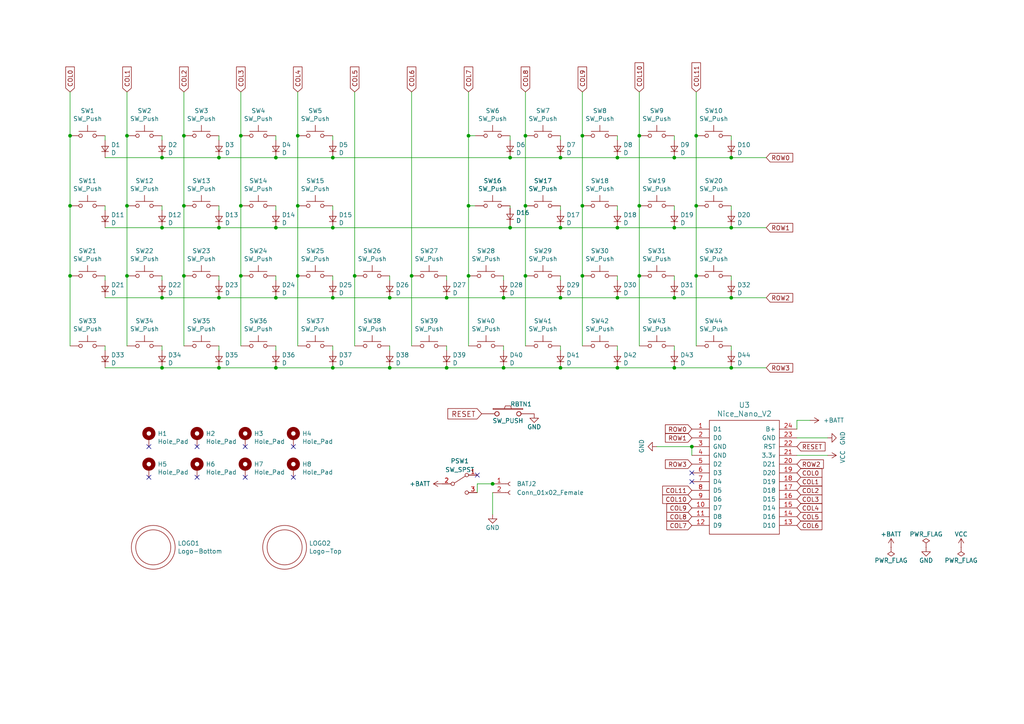
<source format=kicad_sch>
(kicad_sch (version 20230121) (generator eeschema)
  (paper "A4")
  (title_block (title "Horizon Choc") (date "2022-03-21") (rev "2.3") (company "skarrmann"))
  (lib_symbols
    (symbol "Connector:Conn_01x02_Socket" (pin_names (offset 1.016) hide)
      (property "Reference" "J" (at 0 2.54 0))
      (property "Value" "Conn_01x02_Socket" (at 0 -5.08 0))
      (symbol "Conn_01x02_Socket_1_1"
        (arc (start 0 -2.032) (mid -0.5058 -2.54) (end 0 -3.048) (stroke (width 0.1524)))
        (polyline (pts (xy -1.27 -2.54) (xy -0.508 -2.54)) (stroke (width 0.1524)))
        (polyline (pts (xy -1.27 0) (xy -0.508 0)) (stroke (width 0.1524)))
        (arc (start 0 0.508) (mid -0.5058 0) (end 0 -0.508) (stroke (width 0.1524)))
        (pin passive line (at -5.08 0 0) (length 3.81) (name "Pin_1") (number "1"))
        (pin passive line (at -5.08 -2.54 0) (length 3.81) (name "Pin_2") (number "2"))
      )
    )
    (symbol "ScottoKeebs:MCU_Nice_Nano_V2" (pin_names (offset 1.016))
      (property "Reference" "U" (at 0 0 0))
      (property "Value" "Nice_Nano_V2" (at 0 -19.05 0))
      (symbol "MCU_Nice_Nano_V2_0_1"
        (rectangle (start -10.16 16.51) (end 10.16 -16.51))
      )
      (symbol "MCU_Nice_Nano_V2_1_1"
        (pin input line (at -15.24 13.97 0) (length 5.08) (name "D1") (number "1"))
        (pin input line (at -15.24 -8.89 0) (length 5.08) (name "D7") (number "10"))
        (pin input line (at -15.24 -11.43 0) (length 5.08) (name "D8") (number "11"))
        (pin input line (at -15.24 -13.97 0) (length 5.08) (name "D9") (number "12"))
        (pin input line (at 15.24 -13.97 180) (length 5.08) (name "D10") (number "13"))
        (pin input line (at 15.24 -11.43 180) (length 5.08) (name "D16") (number "14"))
        (pin input line (at 15.24 -8.89 180) (length 5.08) (name "D14") (number "15"))
        (pin input line (at 15.24 -6.35 180) (length 5.08) (name "D15") (number "16"))
        (pin input line (at 15.24 -3.81 180) (length 5.08) (name "D18") (number "17"))
        (pin input line (at 15.24 -1.27 180) (length 5.08) (name "D19") (number "18"))
        (pin input line (at 15.24 1.27 180) (length 5.08) (name "D20") (number "19"))
        (pin input line (at -15.24 11.43 0) (length 5.08) (name "D0") (number "2"))
        (pin input line (at 15.24 3.81 180) (length 5.08) (name "D21") (number "20"))
        (pin input line (at 15.24 6.35 180) (length 5.08) (name "3.3v") (number "21"))
        (pin input line (at 15.24 8.89 180) (length 5.08) (name "RST") (number "22"))
        (pin input line (at 15.24 11.43 180) (length 5.08) (name "GND") (number "23"))
        (pin input line (at 15.24 13.97 180) (length 5.08) (name "B+") (number "24"))
        (pin input line (at -15.24 8.89 0) (length 5.08) (name "GND") (number "3"))
        (pin input line (at -15.24 6.35 0) (length 5.08) (name "GND") (number "4"))
        (pin input line (at -15.24 3.81 0) (length 5.08) (name "D2") (number "5"))
        (pin input line (at -15.24 1.27 0) (length 5.08) (name "D3") (number "6"))
        (pin input line (at -15.24 -1.27 0) (length 5.08) (name "D4") (number "7"))
        (pin input line (at -15.24 -3.81 0) (length 5.08) (name "D5") (number "8"))
        (pin input line (at -15.24 -6.35 0) (length 5.08) (name "D6") (number "9"))
      )
    )
    (symbol "Switch:SW_SPDT" (pin_names (offset 0) hide)
      (property "Reference" "SW" (at 0 4.318 0))
      (property "Value" "SW_SPDT" (at 0 -5.08 0))
      (symbol "SW_SPDT_0_0"
        (circle (center -2.032 0) (radius 0.508))
        (circle (center 2.032 -2.54) (radius 0.508))
      )
      (symbol "SW_SPDT_0_1"
        (polyline (pts (xy -1.524 0.254) (xy 1.651 2.286)))
        (circle (center 2.032 2.54) (radius 0.508))
      )
      (symbol "SW_SPDT_1_1"
        (pin passive line (at 5.08 2.54 180) (length 2.54) (name "A") (number "1"))
        (pin passive line (at -5.08 0 0) (length 2.54) (name "B") (number "2"))
        (pin passive line (at 5.08 -2.54 180) (length 2.54) (name "C") (number "3"))
      )
    )
    (symbol "horizon-components:D" (pin_numbers hide) (pin_names (offset 0.254) hide)
      (property "Reference" "D" (at -1.27 2.032 0))
      (property "Value" "D" (at -1.27 -2.032 0))
      (symbol "D_0_1"
        (polyline (pts (xy -0.762 -1.016) (xy -0.762 1.016)))
        (polyline (pts (xy -0.762 0) (xy 0.762 0)))
        (polyline (pts (xy 0.762 -1.016) (xy -0.762 0) (xy 0.762 1.016) (xy 0.762 -1.016)))
      )
      (symbol "D_1_1"
        (pin passive line (at -2.54 0 0) (length 1.778) (name "K") (number "1"))
        (pin passive line (at 2.54 0 180) (length 1.778) (name "A") (number "2"))
      )
    )
    (symbol "horizon-components:Hole_Pad" (pin_numbers hide) (pin_names (offset 1.016) hide)
      (property "Reference" "H" (at 0 6.35 0))
      (property "Value" "Hole_Pad" (at 0 4.445 0))
      (symbol "Hole_Pad_0_1"
        (circle (center 0 1.27) (radius 1.27) (stroke (width 1.27)))
      )
      (symbol "Hole_Pad_1_1"
        (pin input line (at 0 -2.54 90) (length 2.54) (name "1") (number "1"))
      )
    )
    (symbol "horizon-components:Logo" (pin_names (offset 1.016))
      (property "Reference" "LOGO" (at 0 -1.27 0))
      (property "Value" "Logo" (at 0 1.27 0))
      (symbol "Logo_0_1"
        (circle (center 0 0) (radius 5.08))
        (circle (center 0 0) (radius 6.35))
      )
    )
    (symbol "horizon-components:SW_Push" (pin_numbers hide) (pin_names (offset 1.016) hide)
      (property "Reference" "SW" (at 1.27 2.54 0))
      (property "Value" "SW_Push" (at 0 -1.524 0))
      (symbol "SW_Push_0_1"
        (circle (center -2.032 0) (radius 0.508))
        (polyline (pts (xy 0 1.27) (xy 0 3.048)))
        (polyline (pts (xy 2.54 1.27) (xy -2.54 1.27)))
        (circle (center 2.032 0) (radius 0.508))
        (pin passive line (at -5.08 0 0) (length 2.54) (name "1") (number "1"))
        (pin passive line (at 5.08 0 180) (length 2.54) (name "2") (number "2"))
      )
    )
    (symbol "kbd:SW_PUSH" (pin_numbers hide) (pin_names (offset 1.016) hide)
      (property "Reference" "SW" (at 3.81 2.794 0))
      (property "Value" "SW_PUSH" (at 0 -2.032 0))
      (symbol "SW_PUSH_0_1"
        (rectangle (start -4.318 1.27) (end 4.318 1.524))
        (polyline (pts (xy -1.016 1.524) (xy -0.762 2.286) (xy 0.762 2.286) (xy 1.016 1.524)))
        (pin passive inverted (at -7.62 0 0) (length 5.08) (name "1") (number "1"))
        (pin passive inverted (at 7.62 0 180) (length 5.08) (name "2") (number "2"))
      )
    )
    (symbol "power:+BATT" (power) (pin_names (offset 0))
      (property "Value" "+BATT" (at 0 3.556 0))
      (symbol "+BATT_0_1"
        (polyline (pts (xy -0.762 1.27) (xy 0 2.54)))
        (polyline (pts (xy 0 0) (xy 0 2.54)))
        (polyline (pts (xy 0 2.54) (xy 0.762 1.27)))
      )
      (symbol "+BATT_1_1"
        (pin power_in line (at 0 0 90) (length 0) hide (name "+BATT") (number "1"))
      )
    )
    (symbol "power:GND" (power) (pin_names (offset 0))
      (property "Value" "GND" (at 0 -3.81 0))
      (symbol "GND_0_1"
        (polyline (pts (xy 0 0) (xy 0 -1.27) (xy 1.27 -1.27) (xy 0 -2.54) (xy -1.27 -1.27) (xy 0 -1.27)))
      )
      (symbol "GND_1_1"
        (pin power_in line (at 0 0 270) (length 0) hide (name "GND") (number "1"))
      )
    )
    (symbol "power:PWR_FLAG" (power) (pin_numbers hide) (pin_names (offset 0) hide)
      (property "Value" "PWR_FLAG" (at 0 3.81 0))
      (symbol "PWR_FLAG_0_0"
        (pin power_out line (at 0 0 90) (length 0) (name "pwr") (number "1"))
      )
      (symbol "PWR_FLAG_0_1"
        (polyline (pts (xy 0 0) (xy 0 1.27) (xy -1.016 1.905) (xy 0 2.54) (xy 1.016 1.905) (xy 0 1.27)))
      )
    )
    (symbol "power:VCC" (power) (pin_names (offset 0))
      (property "Value" "VCC" (at 0 3.81 0))
      (symbol "VCC_0_1"
        (polyline (pts (xy -0.762 1.27) (xy 0 2.54)))
        (polyline (pts (xy 0 0) (xy 0 2.54)))
        (polyline (pts (xy 0 2.54) (xy 0.762 1.27)))
      )
      (symbol "VCC_1_1"
        (pin power_in line (at 0 0 90) (length 0) hide (name "VCC") (number "1"))
      )
    )
  )
  (junction (at 46.99 66.04))
  (junction (at 212.09 86.36))
  (junction (at 212.09 106.68))
  (junction (at 168.91 80.01))
  (junction (at 53.34 39.37))
  (junction (at 36.83 59.69))
  (junction (at 212.09 45.72))
  (junction (at 179.07 45.72))
  (junction (at 36.83 39.37))
  (junction (at 195.58 66.04))
  (junction (at 201.93 80.01))
  (junction (at 129.54 106.68))
  (junction (at 147.955 66.04))
  (junction (at 80.01 66.04))
  (junction (at 135.89 39.37))
  (junction (at 113.03 86.36))
  (junction (at 152.4 80.01))
  (junction (at 195.58 45.72))
  (junction (at 63.5 106.68))
  (junction (at 147.955 45.72))
  (junction (at 168.91 59.69))
  (junction (at 36.83 80.01))
  (junction (at 135.89 59.69))
  (junction (at 80.01 45.72))
  (junction (at 152.4 59.69))
  (junction (at 53.34 80.01))
  (junction (at 119.38 80.01))
  (junction (at 195.58 86.36))
  (junction (at 46.99 86.36))
  (junction (at 46.99 45.72))
  (junction (at 129.54 86.36))
  (junction (at 200.66 129.54))
  (junction (at 20.32 59.69))
  (junction (at 212.09 66.04))
  (junction (at 96.52 66.04))
  (junction (at 162.56 66.04))
  (junction (at 96.52 106.68))
  (junction (at 152.4 39.37))
  (junction (at 96.52 45.72))
  (junction (at 86.36 59.69))
  (junction (at 102.87 80.01))
  (junction (at 201.93 39.37))
  (junction (at 96.52 86.36))
  (junction (at 185.42 59.69))
  (junction (at 20.32 80.01))
  (junction (at 146.05 106.68))
  (junction (at 69.85 80.01))
  (junction (at 162.56 86.36))
  (junction (at 46.99 106.68))
  (junction (at 86.36 39.37))
  (junction (at 142.875 140.335))
  (junction (at 63.5 66.04))
  (junction (at 179.07 86.36))
  (junction (at 195.58 106.68))
  (junction (at 63.5 45.72))
  (junction (at 53.34 59.69))
  (junction (at 113.03 106.68))
  (junction (at 63.5 86.36))
  (junction (at 185.42 39.37))
  (junction (at 80.01 106.68))
  (junction (at 162.56 45.72))
  (junction (at 20.32 39.37))
  (junction (at 179.07 66.04))
  (junction (at 69.85 39.37))
  (junction (at 185.42 80.01))
  (junction (at 162.56 106.68))
  (junction (at 168.91 39.37))
  (junction (at 135.89 80.01))
  (junction (at 69.85 59.69))
  (junction (at 146.05 86.36))
  (junction (at 80.01 86.36))
  (junction (at 86.36 80.01))
  (junction (at 179.07 106.68))
  (junction (at 201.93 59.69))
  (no_connect (at 85.09 138.43))
  (no_connect (at 138.43 137.795))
  (no_connect (at 200.66 139.7))
  (no_connect (at 200.66 137.16))
  (no_connect (at 85.09 129.54))
  (no_connect (at 57.15 138.43))
  (no_connect (at 71.12 129.54))
  (no_connect (at 43.18 129.54))
  (no_connect (at 43.18 138.43))
  (no_connect (at 57.15 129.54))
  (no_connect (at 71.12 138.43))
  (wire (pts (xy 63.5 66.04) (xy 80.01 66.04)))
  (wire (pts (xy 152.4 59.69) (xy 152.4 80.01)))
  (wire (pts (xy 179.07 106.68) (xy 195.58 106.68)))
  (wire (pts (xy 146.05 100.33) (xy 146.05 101.6)))
  (wire (pts (xy 179.07 80.01) (xy 179.07 81.28)))
  (wire (pts (xy 212.09 106.68) (xy 222.25 106.68)))
  (wire (pts (xy 135.89 39.37) (xy 135.89 59.69)))
  (wire (pts (xy 185.42 80.01) (xy 185.42 100.33)))
  (wire (pts (xy 200.66 129.54) (xy 190.5 129.54)))
  (wire (pts (xy 195.58 39.37) (xy 195.58 40.64)))
  (wire (pts (xy 63.5 80.01) (xy 63.5 81.28)))
  (wire (pts (xy 86.36 59.69) (xy 86.36 80.01)))
  (wire (pts (xy 135.89 80.01) (xy 135.89 100.33)))
  (wire (pts (xy 212.09 66.04) (xy 222.25 66.04)))
  (wire (pts (xy 80.01 100.33) (xy 80.01 101.6)))
  (wire (pts (xy 30.48 86.36) (xy 46.99 86.36)))
  (wire (pts (xy 86.36 26.67) (xy 86.36 39.37)))
  (wire (pts (xy 162.56 106.68) (xy 179.07 106.68)))
  (wire (pts (xy 30.48 106.68) (xy 46.99 106.68)))
  (wire (pts (xy 200.66 129.54) (xy 200.66 132.08)))
  (wire (pts (xy 46.99 66.04) (xy 63.5 66.04)))
  (wire (pts (xy 147.955 59.69) (xy 147.955 60.325)))
  (wire (pts (xy 63.5 45.72) (xy 80.01 45.72)))
  (wire (pts (xy 231.14 121.92) (xy 231.14 124.46)))
  (wire (pts (xy 86.36 80.01) (xy 86.36 100.33)))
  (wire (pts (xy 185.42 39.37) (xy 185.42 59.69)))
  (wire (pts (xy 168.91 39.37) (xy 168.91 59.69)))
  (wire (pts (xy 96.52 66.04) (xy 147.955 66.04)))
  (wire (pts (xy 212.09 45.72) (xy 222.25 45.72)))
  (wire (pts (xy 201.93 59.69) (xy 201.93 80.01)))
  (wire (pts (xy 63.5 86.36) (xy 80.01 86.36)))
  (wire (pts (xy 46.99 45.72) (xy 63.5 45.72)))
  (wire (pts (xy 179.07 39.37) (xy 179.07 40.64)))
  (wire (pts (xy 53.34 59.69) (xy 53.34 80.01)))
  (wire (pts (xy 142.875 142.875) (xy 142.875 149.225)))
  (wire (pts (xy 146.05 86.36) (xy 162.56 86.36)))
  (wire (pts (xy 80.01 39.37) (xy 80.01 40.64)))
  (wire (pts (xy 147.955 66.04) (xy 162.56 66.04)))
  (wire (pts (xy 212.09 100.33) (xy 212.09 101.6)))
  (wire (pts (xy 46.99 39.37) (xy 46.99 40.64)))
  (wire (pts (xy 96.52 106.68) (xy 113.03 106.68)))
  (wire (pts (xy 138.43 140.335) (xy 142.875 140.335)))
  (wire (pts (xy 46.99 59.69) (xy 46.99 60.96)))
  (wire (pts (xy 152.4 39.37) (xy 152.4 59.69)))
  (wire (pts (xy 162.56 100.33) (xy 162.56 101.6)))
  (wire (pts (xy 152.4 80.01) (xy 152.4 100.33)))
  (wire (pts (xy 195.58 86.36) (xy 212.09 86.36)))
  (wire (pts (xy 96.52 100.33) (xy 96.52 101.6)))
  (wire (pts (xy 113.03 80.01) (xy 113.03 81.28)))
  (wire (pts (xy 162.56 59.69) (xy 162.56 60.96)))
  (wire (pts (xy 46.99 86.36) (xy 63.5 86.36)))
  (wire (pts (xy 102.87 26.67) (xy 102.87 80.01)))
  (wire (pts (xy 212.09 86.36) (xy 222.25 86.36)))
  (wire (pts (xy 63.5 59.69) (xy 63.5 60.96)))
  (wire (pts (xy 195.58 66.04) (xy 212.09 66.04)))
  (wire (pts (xy 162.56 66.04) (xy 179.07 66.04)))
  (wire (pts (xy 179.07 86.36) (xy 195.58 86.36)))
  (wire (pts (xy 135.89 59.69) (xy 135.89 80.01)))
  (wire (pts (xy 53.34 26.67) (xy 53.34 39.37)))
  (wire (pts (xy 119.38 80.01) (xy 119.38 100.33)))
  (wire (pts (xy 96.52 80.01) (xy 96.52 81.28)))
  (wire (pts (xy 234.95 121.92) (xy 231.14 121.92)))
  (wire (pts (xy 195.58 80.01) (xy 195.58 81.28)))
  (wire (pts (xy 201.93 39.37) (xy 201.93 59.69)))
  (wire (pts (xy 185.42 59.69) (xy 185.42 80.01)))
  (wire (pts (xy 36.83 26.67) (xy 36.83 39.37)))
  (wire (pts (xy 80.01 66.04) (xy 96.52 66.04)))
  (wire (pts (xy 113.03 106.68) (xy 129.54 106.68)))
  (wire (pts (xy 146.05 106.68) (xy 162.56 106.68)))
  (wire (pts (xy 46.99 106.68) (xy 63.5 106.68)))
  (wire (pts (xy 147.955 45.72) (xy 162.56 45.72)))
  (wire (pts (xy 96.52 39.37) (xy 96.52 40.64)))
  (wire (pts (xy 146.05 80.01) (xy 146.05 81.28)))
  (wire (pts (xy 195.58 106.68) (xy 212.09 106.68)))
  (wire (pts (xy 168.91 26.67) (xy 168.91 39.37)))
  (wire (pts (xy 179.07 45.72) (xy 195.58 45.72)))
  (wire (pts (xy 30.48 100.33) (xy 30.48 101.6)))
  (wire (pts (xy 30.48 66.04) (xy 46.99 66.04)))
  (wire (pts (xy 53.34 39.37) (xy 53.34 59.69)))
  (wire (pts (xy 20.32 59.69) (xy 20.32 80.01)))
  (wire (pts (xy 102.87 80.01) (xy 102.87 100.33)))
  (wire (pts (xy 195.58 45.72) (xy 212.09 45.72)))
  (wire (pts (xy 135.89 26.67) (xy 135.89 39.37)))
  (wire (pts (xy 53.34 80.01) (xy 53.34 100.33)))
  (wire (pts (xy 69.85 26.67) (xy 69.85 39.37)))
  (wire (pts (xy 30.48 45.72) (xy 46.99 45.72)))
  (wire (pts (xy 240.03 127) (xy 231.14 127)))
  (wire (pts (xy 147.955 65.405) (xy 147.955 66.04)))
  (wire (pts (xy 129.54 100.33) (xy 129.54 101.6)))
  (wire (pts (xy 195.58 59.69) (xy 195.58 60.96)))
  (wire (pts (xy 147.955 39.37) (xy 147.955 40.64)))
  (wire (pts (xy 80.01 45.72) (xy 96.52 45.72)))
  (wire (pts (xy 201.93 80.01) (xy 201.93 100.33)))
  (wire (pts (xy 30.48 80.01) (xy 30.48 81.28)))
  (wire (pts (xy 86.36 39.37) (xy 86.36 59.69)))
  (wire (pts (xy 96.52 45.72) (xy 147.955 45.72)))
  (wire (pts (xy 179.07 59.69) (xy 179.07 60.96)))
  (wire (pts (xy 142.875 140.335) (xy 143.51 140.335)))
  (wire (pts (xy 168.91 59.69) (xy 168.91 80.01)))
  (wire (pts (xy 162.56 86.36) (xy 179.07 86.36)))
  (wire (pts (xy 69.85 59.69) (xy 69.85 80.01)))
  (wire (pts (xy 46.99 80.01) (xy 46.99 81.28)))
  (wire (pts (xy 240.03 132.08) (xy 231.14 132.08)))
  (wire (pts (xy 80.01 80.01) (xy 80.01 81.28)))
  (wire (pts (xy 152.4 26.67) (xy 152.4 39.37)))
  (wire (pts (xy 138.43 140.335) (xy 138.43 142.875)))
  (wire (pts (xy 162.56 39.37) (xy 162.56 40.64)))
  (wire (pts (xy 212.09 39.37) (xy 212.09 40.64)))
  (wire (pts (xy 30.48 39.37) (xy 30.48 40.64)))
  (wire (pts (xy 195.58 100.33) (xy 195.58 101.6)))
  (wire (pts (xy 113.03 100.33) (xy 113.03 101.6)))
  (wire (pts (xy 80.01 106.68) (xy 96.52 106.68)))
  (wire (pts (xy 212.09 59.69) (xy 212.09 60.96)))
  (wire (pts (xy 36.83 59.69) (xy 36.83 80.01)))
  (wire (pts (xy 96.52 86.36) (xy 113.03 86.36)))
  (wire (pts (xy 36.83 80.01) (xy 36.83 100.33)))
  (wire (pts (xy 162.56 45.72) (xy 179.07 45.72)))
  (wire (pts (xy 179.07 66.04) (xy 195.58 66.04)))
  (wire (pts (xy 20.32 26.67) (xy 20.32 39.37)))
  (wire (pts (xy 80.01 59.69) (xy 80.01 60.96)))
  (wire (pts (xy 212.09 80.01) (xy 212.09 81.28)))
  (wire (pts (xy 69.85 39.37) (xy 69.85 59.69)))
  (wire (pts (xy 36.83 39.37) (xy 36.83 59.69)))
  (wire (pts (xy 80.01 86.36) (xy 96.52 86.36)))
  (wire (pts (xy 96.52 59.69) (xy 96.52 60.96)))
  (wire (pts (xy 129.54 80.01) (xy 129.54 81.28)))
  (wire (pts (xy 69.85 80.01) (xy 69.85 100.33)))
  (wire (pts (xy 185.42 26.67) (xy 185.42 39.37)))
  (wire (pts (xy 20.32 39.37) (xy 20.32 59.69)))
  (wire (pts (xy 179.07 100.33) (xy 179.07 101.6)))
  (wire (pts (xy 63.5 39.37) (xy 63.5 40.64)))
  (wire (pts (xy 20.32 80.01) (xy 20.32 100.33)))
  (wire (pts (xy 129.54 106.68) (xy 146.05 106.68)))
  (wire (pts (xy 129.54 86.36) (xy 146.05 86.36)))
  (wire (pts (xy 63.5 100.33) (xy 63.5 101.6)))
  (wire (pts (xy 113.03 86.36) (xy 129.54 86.36)))
  (wire (pts (xy 135.89 39.37) (xy 137.795 39.37)))
  (wire (pts (xy 119.38 26.67) (xy 119.38 80.01)))
  (wire (pts (xy 168.91 80.01) (xy 168.91 100.33)))
  (wire (pts (xy 46.99 100.33) (xy 46.99 101.6)))
  (wire (pts (xy 30.48 59.69) (xy 30.48 60.96)))
  (wire (pts (xy 201.93 26.67) (xy 201.93 39.37)))
  (wire (pts (xy 135.89 59.69) (xy 137.795 59.69)))
  (wire (pts (xy 63.5 106.68) (xy 80.01 106.68)))
  (wire (pts (xy 162.56 80.01) (xy 162.56 81.28)))
  (global_label "COL3" (shape input) (at 231.14 144.78 0) (property "Intersheetrefs" "${INTERSHEET_REFS}" (effects hide)))
  (global_label "COL1" (shape input) (at 231.14 139.7 0) (property "Intersheetrefs" "${INTERSHEET_REFS}" (effects hide)))
  (global_label "COL5" (shape input) (at 231.14 149.86 0) (property "Intersheetrefs" "${INTERSHEET_REFS}" (effects hide)))
  (global_label "COL0" (shape input) (at 20.32 26.67 90) (property "Intersheetrefs" "${INTERSHEET_REFS}" (effects hide)))
  (global_label "COL4" (shape input) (at 86.36 26.67 90) (property "Intersheetrefs" "${INTERSHEET_REFS}" (effects hide)))
  (global_label "COL2" (shape input) (at 231.14 142.24 0) (property "Intersheetrefs" "${INTERSHEET_REFS}" (effects hide)))
  (global_label "ROW0" (shape input) (at 222.25 45.72 0) (property "Intersheetrefs" "${INTERSHEET_REFS}" (effects hide)))
  (global_label "COL11" (shape input) (at 200.66 142.24 180) (property "Intersheetrefs" "${INTERSHEET_REFS}" (effects hide)))
  (global_label "RESET" (shape input) (at 231.14 129.54 0) (property "Intersheetrefs" "${INTERSHEET_REFS}" (effects hide)))
  (global_label "COL2" (shape input) (at 53.34 26.67 90) (property "Intersheetrefs" "${INTERSHEET_REFS}" (effects hide)))
  (global_label "COL9" (shape input) (at 168.91 26.67 90) (property "Intersheetrefs" "${INTERSHEET_REFS}" (effects hide)))
  (global_label "COL10" (shape input) (at 200.66 144.78 180) (property "Intersheetrefs" "${INTERSHEET_REFS}" (effects hide)))
  (global_label "COL9" (shape input) (at 200.66 147.32 180) (property "Intersheetrefs" "${INTERSHEET_REFS}" (effects hide)))
  (global_label "COL0" (shape input) (at 231.14 137.16 0) (property "Intersheetrefs" "${INTERSHEET_REFS}" (effects hide)))
  (global_label "ROW2" (shape input) (at 222.25 86.36 0) (property "Intersheetrefs" "${INTERSHEET_REFS}" (effects hide)))
  (global_label "COL7" (shape input) (at 200.66 152.4 180) (property "Intersheetrefs" "${INTERSHEET_REFS}" (effects hide)))
  (global_label "ROW0" (shape input) (at 200.66 124.46 180) (property "Intersheetrefs" "${INTERSHEET_REFS}" (effects hide)))
  (global_label "RESET" (shape input) (at 139.7 120.015 180) (effects (font (size 1.524 1.524))) (property "Intersheetrefs" "${INTERSHEET_REFS}" (effects hide)))
  (global_label "COL3" (shape input) (at 69.85 26.67 90) (property "Intersheetrefs" "${INTERSHEET_REFS}" (effects hide)))
  (global_label "COL1" (shape input) (at 36.83 26.67 90) (property "Intersheetrefs" "${INTERSHEET_REFS}" (effects hide)))
  (global_label "ROW1" (shape input) (at 222.25 66.04 0) (property "Intersheetrefs" "${INTERSHEET_REFS}" (effects hide)))
  (global_label "COL8" (shape input) (at 152.4 26.67 90) (property "Intersheetrefs" "${INTERSHEET_REFS}" (effects hide)))
  (global_label "COL8" (shape input) (at 200.66 149.86 180) (property "Intersheetrefs" "${INTERSHEET_REFS}" (effects hide)))
  (global_label "ROW3" (shape input) (at 222.25 106.68 0) (property "Intersheetrefs" "${INTERSHEET_REFS}" (effects hide)))
  (global_label "ROW3" (shape input) (at 200.66 134.62 180) (property "Intersheetrefs" "${INTERSHEET_REFS}" (effects hide)))
  (global_label "ROW1" (shape input) (at 200.66 127 180) (property "Intersheetrefs" "${INTERSHEET_REFS}" (effects hide)))
  (global_label "COL5" (shape input) (at 102.87 26.67 90) (property "Intersheetrefs" "${INTERSHEET_REFS}" (effects hide)))
  (global_label "ROW2" (shape input) (at 231.14 134.62 0) (property "Intersheetrefs" "${INTERSHEET_REFS}" (effects hide)))
  (global_label "COL7" (shape input) (at 135.89 26.67 90) (property "Intersheetrefs" "${INTERSHEET_REFS}" (effects hide)))
  (global_label "COL6" (shape input) (at 231.14 152.4 0) (property "Intersheetrefs" "${INTERSHEET_REFS}" (effects hide)))
  (global_label "COL11" (shape input) (at 201.93 26.67 90) (property "Intersheetrefs" "${INTERSHEET_REFS}" (effects hide)))
  (global_label "COL4" (shape input) (at 231.14 147.32 0) (property "Intersheetrefs" "${INTERSHEET_REFS}" (effects hide)))
  (global_label "COL10" (shape input) (at 185.42 26.67 90) (property "Intersheetrefs" "${INTERSHEET_REFS}" (effects hide)))
  (global_label "COL6" (shape input) (at 119.38 26.67 90) (property "Intersheetrefs" "${INTERSHEET_REFS}" (effects hide)))
  (symbol (lib_id "horizon-components:SW_Push") (at 25.4 39.37 0) (unit 1)
    (property "Reference" "SW1" (at 25.4 32.131 0))
    (property "Value" "SW_Push" (at 25.4 34.4424 0))
    (property "Footprint" "horizon-footprints:SW_Choc_MX" (effects hide))
  )
  (symbol (lib_id "horizon-components:SW_Push") (at 25.4 59.69 0) (unit 1)
    (property "Reference" "SW11" (at 25.4 52.451 0))
    (property "Value" "SW_Push" (at 25.4 54.7624 0))
    (property "Footprint" "horizon-footprints:SW_Choc_MX" (effects hide))
  )
  (symbol (lib_id "horizon-components:D") (at 30.48 63.5 90) (unit 1)
    (property "Reference" "D11" (at 32.2072 62.3316 90) (effects (justify right)))
    (property "Value" "D" (at 32.2072 64.643 90) (effects (justify right)))
    (property "Footprint" "horizon-footprints:D_SOD-123" (effects hide))
  )
  (symbol (lib_id "horizon-components:D") (at 30.48 43.18 90) (unit 1)
    (property "Reference" "D1" (at 32.2072 42.0116 90) (effects (justify right)))
    (property "Value" "D" (at 32.2072 44.323 90) (effects (justify right)))
    (property "Footprint" "horizon-footprints:D_SOD-123" (effects hide))
  )
  (symbol (lib_id "horizon-components:SW_Push") (at 25.4 80.01 0) (unit 1)
    (property "Reference" "SW21" (at 25.4 72.771 0))
    (property "Value" "SW_Push" (at 25.4 75.0824 0))
    (property "Footprint" "horizon-footprints:SW_Choc_MX" (effects hide))
  )
  (symbol (lib_id "horizon-components:D") (at 30.48 83.82 90) (unit 1)
    (property "Reference" "D21" (at 32.2072 82.6516 90) (effects (justify right)))
    (property "Value" "D" (at 32.2072 84.963 90) (effects (justify right)))
    (property "Footprint" "horizon-footprints:D_SOD-123" (effects hide))
  )
  (symbol (lib_id "horizon-components:SW_Push") (at 25.4 100.33 0) (unit 1)
    (property "Reference" "SW33" (at 25.4 93.091 0))
    (property "Value" "SW_Push" (at 25.4 95.4024 0))
    (property "Footprint" "horizon-footprints:SW_Choc_MX" (effects hide))
  )
  (symbol (lib_id "horizon-components:D") (at 30.48 104.14 90) (unit 1)
    (property "Reference" "D33" (at 32.2072 102.9716 90) (effects (justify right)))
    (property "Value" "D" (at 32.2072 105.283 90) (effects (justify right)))
    (property "Footprint" "horizon-footprints:D_SOD-123" (effects hide))
  )
  (symbol (lib_id "horizon-components:Hole_Pad") (at 43.18 127 0) (unit 1)
    (property "Reference" "H1" (at 45.72 125.7554 0) (effects (justify left)))
    (property "Value" "Hole_Pad" (at 45.72 128.0668 0) (effects (justify left)))
    (property "Footprint" "horizon-footprints:Mount_M2" (effects hide))
  )
  (symbol (lib_id "horizon-components:Hole_Pad") (at 57.15 127 0) (unit 1)
    (property "Reference" "H2" (at 59.69 125.7554 0) (effects (justify left)))
    (property "Value" "Hole_Pad" (at 59.69 128.0668 0) (effects (justify left)))
    (property "Footprint" "horizon-footprints:Mount_M2" (effects hide))
  )
  (symbol (lib_id "horizon-components:Hole_Pad") (at 71.12 127 0) (unit 1)
    (property "Reference" "H3" (at 73.66 125.7554 0) (effects (justify left)))
    (property "Value" "Hole_Pad" (at 73.66 128.0668 0) (effects (justify left)))
    (property "Footprint" "horizon-footprints:Mount_M2" (effects hide))
  )
  (symbol (lib_id "horizon-components:Hole_Pad") (at 85.09 127 0) (unit 1)
    (property "Reference" "H4" (at 87.63 125.7554 0) (effects (justify left)))
    (property "Value" "Hole_Pad" (at 87.63 128.0668 0) (effects (justify left)))
    (property "Footprint" "horizon-footprints:Mount_M2" (effects hide))
  )
  (symbol (lib_id "horizon-components:Logo") (at 44.45 158.75 0) (unit 1)
    (property "Reference" "LOGO1" (at 51.5112 157.5816 0) (effects (justify left)))
    (property "Value" "Logo-Bottom" (at 51.5112 159.893 0) (effects (justify left)))
    (property "Footprint" "horizon-footprints:bloodborne_moon" (effects hide))
  )
  (symbol (lib_id "horizon-components:D") (at 129.54 83.82 90) (unit 1)
    (property "Reference" "D27" (at 131.2672 82.6516 90) (effects (justify right)))
    (property "Value" "D" (at 131.2672 84.963 90) (effects (justify right)))
    (property "Footprint" "horizon-footprints:D_SOD-123" (effects hide))
  )
  (symbol (lib_id "horizon-components:SW_Push") (at 124.46 80.01 0) (unit 1)
    (property "Reference" "SW27" (at 124.46 72.771 0))
    (property "Value" "SW_Push" (at 124.46 75.0824 0))
    (property "Footprint" "horizon-footprints:SW_Choc_MX" (effects hide))
  )
  (symbol (lib_id "horizon-components:D") (at 146.05 83.82 90) (unit 1)
    (property "Reference" "D28" (at 147.7772 82.6516 90) (effects (justify right)))
    (property "Value" "D" (at 147.7772 84.963 90) (effects (justify right)))
    (property "Footprint" "horizon-footprints:D_SOD-123" (effects hide))
  )
  (symbol (lib_id "horizon-components:SW_Push") (at 140.97 80.01 0) (unit 1)
    (property "Reference" "SW28" (at 140.97 72.771 0))
    (property "Value" "SW_Push" (at 140.97 75.0824 0))
    (property "Footprint" "horizon-footprints:SW_Choc_MX" (effects hide))
  )
  (symbol (lib_id "horizon-components:D") (at 46.99 83.82 90) (unit 1)
    (property "Reference" "D22" (at 48.7172 82.6516 90) (effects (justify right)))
    (property "Value" "D" (at 48.7172 84.963 90) (effects (justify right)))
    (property "Footprint" "horizon-footprints:D_SOD-123" (effects hide))
  )
  (symbol (lib_id "horizon-components:SW_Push") (at 41.91 80.01 0) (unit 1)
    (property "Reference" "SW22" (at 41.91 72.771 0))
    (property "Value" "SW_Push" (at 41.91 75.0824 0))
    (property "Footprint" "horizon-footprints:SW_Choc_MX" (effects hide))
  )
  (symbol (lib_id "horizon-components:D") (at 46.99 43.18 90) (unit 1)
    (property "Reference" "D2" (at 48.7172 42.0116 90) (effects (justify right)))
    (property "Value" "D" (at 48.7172 44.323 90) (effects (justify right)))
    (property "Footprint" "horizon-footprints:D_SOD-123" (effects hide))
  )
  (symbol (lib_id "horizon-components:SW_Push") (at 41.91 39.37 0) (unit 1)
    (property "Reference" "SW2" (at 41.91 32.131 0))
    (property "Value" "SW_Push" (at 41.91 34.4424 0))
    (property "Footprint" "horizon-footprints:SW_Choc_MX" (effects hide))
  )
  (symbol (lib_id "horizon-components:D") (at 46.99 63.5 90) (unit 1)
    (property "Reference" "D12" (at 48.7172 62.3316 90) (effects (justify right)))
    (property "Value" "D" (at 48.7172 64.643 90) (effects (justify right)))
    (property "Footprint" "horizon-footprints:D_SOD-123" (effects hide))
  )
  (symbol (lib_id "horizon-components:SW_Push") (at 41.91 59.69 0) (unit 1)
    (property "Reference" "SW12" (at 41.91 52.451 0))
    (property "Value" "SW_Push" (at 41.91 54.7624 0))
    (property "Footprint" "horizon-footprints:SW_Choc_MX" (effects hide))
  )
  (symbol (lib_id "horizon-components:SW_Push") (at 41.91 100.33 0) (unit 1)
    (property "Reference" "SW34" (at 41.91 93.091 0))
    (property "Value" "SW_Push" (at 41.91 95.4024 0))
    (property "Footprint" "horizon-footprints:SW_Choc_MX" (effects hide))
  )
  (symbol (lib_id "horizon-components:D") (at 46.99 104.14 90) (unit 1)
    (property "Reference" "D34" (at 48.7172 102.9716 90) (effects (justify right)))
    (property "Value" "D" (at 48.7172 105.283 90) (effects (justify right)))
    (property "Footprint" "horizon-footprints:D_SOD-123" (effects hide))
  )
  (symbol (lib_id "horizon-components:D") (at 63.5 83.82 90) (unit 1)
    (property "Reference" "D23" (at 65.2272 82.6516 90) (effects (justify right)))
    (property "Value" "D" (at 65.2272 84.963 90) (effects (justify right)))
    (property "Footprint" "horizon-footprints:D_SOD-123" (effects hide))
  )
  (symbol (lib_id "horizon-components:SW_Push") (at 58.42 80.01 0) (unit 1)
    (property "Reference" "SW23" (at 58.42 72.771 0))
    (property "Value" "SW_Push" (at 58.42 75.0824 0))
    (property "Footprint" "horizon-footprints:SW_Choc_MX" (effects hide))
  )
  (symbol (lib_id "horizon-components:D") (at 63.5 43.18 90) (unit 1)
    (property "Reference" "D3" (at 65.2272 42.0116 90) (effects (justify right)))
    (property "Value" "D" (at 65.2272 44.323 90) (effects (justify right)))
    (property "Footprint" "horizon-footprints:D_SOD-123" (effects hide))
  )
  (symbol (lib_id "horizon-components:SW_Push") (at 58.42 39.37 0) (unit 1)
    (property "Reference" "SW3" (at 58.42 32.131 0))
    (property "Value" "SW_Push" (at 58.42 34.4424 0))
    (property "Footprint" "horizon-footprints:SW_Choc_MX" (effects hide))
  )
  (symbol (lib_id "horizon-components:D") (at 63.5 63.5 90) (unit 1)
    (property "Reference" "D13" (at 65.2272 62.3316 90) (effects (justify right)))
    (property "Value" "D" (at 65.2272 64.643 90) (effects (justify right)))
    (property "Footprint" "horizon-footprints:D_SOD-123" (effects hide))
  )
  (symbol (lib_id "horizon-components:SW_Push") (at 58.42 59.69 0) (unit 1)
    (property "Reference" "SW13" (at 58.42 52.451 0))
    (property "Value" "SW_Push" (at 58.42 54.7624 0))
    (property "Footprint" "horizon-footprints:SW_Choc_MX" (effects hide))
  )
  (symbol (lib_id "horizon-components:SW_Push") (at 58.42 100.33 0) (unit 1)
    (property "Reference" "SW35" (at 58.42 93.091 0))
    (property "Value" "SW_Push" (at 58.42 95.4024 0))
    (property "Footprint" "horizon-footprints:SW_Choc_MX" (effects hide))
  )
  (symbol (lib_id "horizon-components:D") (at 63.5 104.14 90) (unit 1)
    (property "Reference" "D35" (at 65.2272 102.9716 90) (effects (justify right)))
    (property "Value" "D" (at 65.2272 105.283 90) (effects (justify right)))
    (property "Footprint" "horizon-footprints:D_SOD-123" (effects hide))
  )
  (symbol (lib_id "horizon-components:D") (at 80.01 83.82 90) (unit 1)
    (property "Reference" "D24" (at 81.7372 82.6516 90) (effects (justify right)))
    (property "Value" "D" (at 81.7372 84.963 90) (effects (justify right)))
    (property "Footprint" "horizon-footprints:D_SOD-123" (effects hide))
  )
  (symbol (lib_id "horizon-components:SW_Push") (at 74.93 80.01 0) (unit 1)
    (property "Reference" "SW24" (at 74.93 72.771 0))
    (property "Value" "SW_Push" (at 74.93 75.0824 0))
    (property "Footprint" "horizon-footprints:SW_Choc_MX" (effects hide))
  )
  (symbol (lib_id "horizon-components:D") (at 80.01 43.18 90) (unit 1)
    (property "Reference" "D4" (at 81.7372 42.0116 90) (effects (justify right)))
    (property "Value" "D" (at 81.7372 44.323 90) (effects (justify right)))
    (property "Footprint" "horizon-footprints:D_SOD-123" (effects hide))
  )
  (symbol (lib_id "horizon-components:SW_Push") (at 74.93 39.37 0) (unit 1)
    (property "Reference" "SW4" (at 74.93 32.131 0))
    (property "Value" "SW_Push" (at 74.93 34.4424 0))
    (property "Footprint" "horizon-footprints:SW_Choc_MX" (effects hide))
  )
  (symbol (lib_id "horizon-components:D") (at 80.01 63.5 90) (unit 1)
    (property "Reference" "D14" (at 81.7372 62.3316 90) (effects (justify right)))
    (property "Value" "D" (at 81.7372 64.643 90) (effects (justify right)))
    (property "Footprint" "horizon-footprints:D_SOD-123" (effects hide))
  )
  (symbol (lib_id "horizon-components:SW_Push") (at 74.93 59.69 0) (unit 1)
    (property "Reference" "SW14" (at 74.93 52.451 0))
    (property "Value" "SW_Push" (at 74.93 54.7624 0))
    (property "Footprint" "horizon-footprints:SW_Choc_MX" (effects hide))
  )
  (symbol (lib_id "horizon-components:SW_Push") (at 74.93 100.33 0) (unit 1)
    (property "Reference" "SW36" (at 74.93 93.091 0))
    (property "Value" "SW_Push" (at 74.93 95.4024 0))
    (property "Footprint" "horizon-footprints:SW_Choc_MX" (effects hide))
  )
  (symbol (lib_id "horizon-components:D") (at 80.01 104.14 90) (unit 1)
    (property "Reference" "D36" (at 81.7372 102.9716 90) (effects (justify right)))
    (property "Value" "D" (at 81.7372 105.283 90) (effects (justify right)))
    (property "Footprint" "horizon-footprints:D_SOD-123" (effects hide))
  )
  (symbol (lib_id "horizon-components:D") (at 96.52 83.82 90) (unit 1)
    (property "Reference" "D25" (at 98.2472 82.6516 90) (effects (justify right)))
    (property "Value" "D" (at 98.2472 84.963 90) (effects (justify right)))
    (property "Footprint" "horizon-footprints:D_SOD-123" (effects hide))
  )
  (symbol (lib_id "horizon-components:SW_Push") (at 91.44 80.01 0) (unit 1)
    (property "Reference" "SW25" (at 91.44 72.771 0))
    (property "Value" "SW_Push" (at 91.44 75.0824 0))
    (property "Footprint" "horizon-footprints:SW_Choc_MX" (effects hide))
  )
  (symbol (lib_id "horizon-components:D") (at 96.52 43.18 90) (unit 1)
    (property "Reference" "D5" (at 98.2472 42.0116 90) (effects (justify right)))
    (property "Value" "D" (at 98.2472 44.323 90) (effects (justify right)))
    (property "Footprint" "horizon-footprints:D_SOD-123" (effects hide))
  )
  (symbol (lib_id "horizon-components:SW_Push") (at 91.44 39.37 0) (unit 1)
    (property "Reference" "SW5" (at 91.44 32.131 0))
    (property "Value" "SW_Push" (at 91.44 34.4424 0))
    (property "Footprint" "horizon-footprints:SW_Choc_MX" (effects hide))
  )
  (symbol (lib_id "horizon-components:D") (at 96.52 63.5 90) (unit 1)
    (property "Reference" "D15" (at 98.2472 62.3316 90) (effects (justify right)))
    (property "Value" "D" (at 98.2472 64.643 90) (effects (justify right)))
    (property "Footprint" "horizon-footprints:D_SOD-123" (effects hide))
  )
  (symbol (lib_id "horizon-components:SW_Push") (at 91.44 59.69 0) (unit 1)
    (property "Reference" "SW15" (at 91.44 52.451 0))
    (property "Value" "SW_Push" (at 91.44 54.7624 0))
    (property "Footprint" "horizon-footprints:SW_Choc_MX" (effects hide))
  )
  (symbol (lib_id "horizon-components:SW_Push") (at 91.44 100.33 0) (unit 1)
    (property "Reference" "SW37" (at 91.44 93.091 0))
    (property "Value" "SW_Push" (at 91.44 95.4024 0))
    (property "Footprint" "horizon-footprints:SW_Choc_MX" (effects hide))
  )
  (symbol (lib_id "horizon-components:D") (at 96.52 104.14 90) (unit 1)
    (property "Reference" "D37" (at 98.2472 102.9716 90) (effects (justify right)))
    (property "Value" "D" (at 98.2472 105.283 90) (effects (justify right)))
    (property "Footprint" "horizon-footprints:D_SOD-123" (effects hide))
  )
  (symbol (lib_id "horizon-components:D") (at 113.03 83.82 90) (unit 1)
    (property "Reference" "D26" (at 114.7572 82.6516 90) (effects (justify right)))
    (property "Value" "D" (at 114.7572 84.963 90) (effects (justify right)))
    (property "Footprint" "horizon-footprints:D_SOD-123" (effects hide))
  )
  (symbol (lib_id "horizon-components:SW_Push") (at 107.95 80.01 0) (unit 1)
    (property "Reference" "SW26" (at 107.95 72.771 0))
    (property "Value" "SW_Push" (at 107.95 75.0824 0))
    (property "Footprint" "horizon-footprints:SW_Choc_MX" (effects hide))
  )
  (symbol (lib_id "horizon-components:D") (at 147.955 43.18 90) (unit 1)
    (property "Reference" "D6" (at 149.6822 42.0116 90) (effects (justify right)))
    (property "Value" "D" (at 149.6822 44.323 90) (effects (justify right)))
    (property "Footprint" "horizon-footprints:D_SOD-123" (effects hide))
  )
  (symbol (lib_id "horizon-components:SW_Push") (at 142.875 39.37 0) (unit 1)
    (property "Reference" "SW6" (at 142.875 32.131 0))
    (property "Value" "SW_Push" (at 142.875 34.4424 0))
    (property "Footprint" "horizon-footprints:SW_Choc_MX" (effects hide))
  )
  (symbol (lib_id "horizon-components:D") (at 147.955 62.865 90) (unit 1)
    (property "Reference" "D16" (at 149.6822 61.6966 90) (effects (justify right)))
    (property "Value" "D" (at 149.6822 64.008 90) (effects (justify right)))
    (property "Footprint" "horizon-footprints:D_SOD-123" (effects hide))
  )
  (symbol (lib_id "horizon-components:SW_Push") (at 142.875 59.69 0) (unit 1)
    (property "Reference" "SW16" (at 142.875 52.451 0))
    (property "Value" "SW_Push" (at 142.875 54.7624 0))
    (property "Footprint" "horizon-footprints:SW_Choc_MX" (effects hide))
  )
  (symbol (lib_id "horizon-components:SW_Push") (at 107.95 100.33 0) (unit 1)
    (property "Reference" "SW38" (at 107.95 93.091 0))
    (property "Value" "SW_Push" (at 107.95 95.4024 0))
    (property "Footprint" "horizon-footprints:SW_Choc_MX" (effects hide))
  )
  (symbol (lib_id "horizon-components:D") (at 113.03 104.14 90) (unit 1)
    (property "Reference" "D38" (at 114.7572 102.9716 90) (effects (justify right)))
    (property "Value" "D" (at 114.7572 105.283 90) (effects (justify right)))
    (property "Footprint" "horizon-footprints:D_SOD-123" (effects hide))
  )
  (symbol (lib_id "horizon-components:SW_Push") (at 124.46 100.33 0) (unit 1)
    (property "Reference" "SW39" (at 124.46 93.091 0))
    (property "Value" "SW_Push" (at 124.46 95.4024 0))
    (property "Footprint" "horizon-footprints:SW_Choc_MX" (effects hide))
  )
  (symbol (lib_id "horizon-components:D") (at 129.54 104.14 90) (unit 1)
    (property "Reference" "D39" (at 131.2672 102.9716 90) (effects (justify right)))
    (property "Value" "D" (at 131.2672 105.283 90) (effects (justify right)))
    (property "Footprint" "horizon-footprints:D_SOD-123" (effects hide))
  )
  (symbol (lib_id "horizon-components:SW_Push") (at 140.97 100.33 0) (unit 1)
    (property "Reference" "SW40" (at 140.97 93.091 0))
    (property "Value" "SW_Push" (at 140.97 95.4024 0))
    (property "Footprint" "horizon-footprints:SW_Choc_MX" (effects hide))
  )
  (symbol (lib_id "horizon-components:D") (at 146.05 104.14 90) (unit 1)
    (property "Reference" "D40" (at 147.7772 102.9716 90) (effects (justify right)))
    (property "Value" "D" (at 147.7772 105.283 90) (effects (justify right)))
    (property "Footprint" "horizon-footprints:D_SOD-123" (effects hide))
  )
  (symbol (lib_id "horizon-components:D") (at 162.56 83.82 90) (unit 1)
    (property "Reference" "D29" (at 164.2872 82.6516 90) (effects (justify right)))
    (property "Value" "D" (at 164.2872 84.963 90) (effects (justify right)))
    (property "Footprint" "horizon-footprints:D_SOD-123" (effects hide))
  )
  (symbol (lib_id "horizon-components:SW_Push") (at 157.48 80.01 0) (unit 1)
    (property "Reference" "SW29" (at 157.48 72.771 0))
    (property "Value" "SW_Push" (at 157.48 75.0824 0))
    (property "Footprint" "horizon-footprints:SW_Choc_MX" (effects hide))
  )
  (symbol (lib_id "horizon-components:D") (at 162.56 43.18 90) (unit 1)
    (property "Reference" "D7" (at 164.2872 42.0116 90) (effects (justify right)))
    (property "Value" "D" (at 164.2872 44.323 90) (effects (justify right)))
    (property "Footprint" "horizon-footprints:D_SOD-123" (effects hide))
  )
  (symbol (lib_id "horizon-components:SW_Push") (at 157.48 39.37 0) (unit 1)
    (property "Reference" "SW7" (at 157.48 32.131 0))
    (property "Value" "SW_Push" (at 157.48 34.4424 0))
    (property "Footprint" "horizon-footprints:SW_Choc_MX" (effects hide))
  )
  (symbol (lib_id "horizon-components:D") (at 162.56 63.5 90) (unit 1)
    (property "Reference" "D17" (at 164.2872 62.3316 90) (effects (justify right)))
    (property "Value" "D" (at 164.2872 64.643 90) (effects (justify right)))
    (property "Footprint" "horizon-footprints:D_SOD-123" (effects hide))
  )
  (symbol (lib_id "horizon-components:SW_Push") (at 157.48 59.69 0) (unit 1)
    (property "Reference" "SW17" (at 157.48 52.451 0))
    (property "Value" "SW_Push" (at 157.48 54.7624 0))
    (property "Footprint" "horizon-footprints:SW_Choc_MX" (effects hide))
  )
  (symbol (lib_id "horizon-components:SW_Push") (at 157.48 100.33 0) (unit 1)
    (property "Reference" "SW41" (at 157.48 93.091 0))
    (property "Value" "SW_Push" (at 157.48 95.4024 0))
    (property "Footprint" "horizon-footprints:SW_Choc_MX" (effects hide))
  )
  (symbol (lib_id "horizon-components:D") (at 162.56 104.14 90) (unit 1)
    (property "Reference" "D41" (at 164.2872 102.9716 90) (effects (justify right)))
    (property "Value" "D" (at 164.2872 105.283 90) (effects (justify right)))
    (property "Footprint" "horizon-footprints:D_SOD-123" (effects hide))
  )
  (symbol (lib_id "horizon-components:D") (at 179.07 83.82 90) (unit 1)
    (property "Reference" "D30" (at 180.7972 82.6516 90) (effects (justify right)))
    (property "Value" "D" (at 180.7972 84.963 90) (effects (justify right)))
    (property "Footprint" "horizon-footprints:D_SOD-123" (effects hide))
  )
  (symbol (lib_id "horizon-components:SW_Push") (at 173.99 80.01 0) (unit 1)
    (property "Reference" "SW30" (at 173.99 72.771 0))
    (property "Value" "SW_Push" (at 173.99 75.0824 0))
    (property "Footprint" "horizon-footprints:SW_Choc_MX" (effects hide))
  )
  (symbol (lib_id "horizon-components:D") (at 179.07 43.18 90) (unit 1)
    (property "Reference" "D8" (at 180.7972 42.0116 90) (effects (justify right)))
    (property "Value" "D" (at 180.7972 44.323 90) (effects (justify right)))
    (property "Footprint" "horizon-footprints:D_SOD-123" (effects hide))
  )
  (symbol (lib_id "horizon-components:SW_Push") (at 173.99 39.37 0) (unit 1)
    (property "Reference" "SW8" (at 173.99 32.131 0))
    (property "Value" "SW_Push" (at 173.99 34.4424 0))
    (property "Footprint" "horizon-footprints:SW_Choc_MX" (effects hide))
  )
  (symbol (lib_id "horizon-components:D") (at 179.07 63.5 90) (unit 1)
    (property "Reference" "D18" (at 180.7972 62.3316 90) (effects (justify right)))
    (property "Value" "D" (at 180.7972 64.643 90) (effects (justify right)))
    (property "Footprint" "horizon-footprints:D_SOD-123" (effects hide))
  )
  (symbol (lib_id "horizon-components:SW_Push") (at 173.99 59.69 0) (unit 1)
    (property "Reference" "SW18" (at 173.99 52.451 0))
    (property "Value" "SW_Push" (at 173.99 54.7624 0))
    (property "Footprint" "horizon-footprints:SW_Choc_MX" (effects hide))
  )
  (symbol (lib_id "horizon-components:SW_Push") (at 173.99 100.33 0) (unit 1)
    (property "Reference" "SW42" (at 173.99 93.091 0))
    (property "Value" "SW_Push" (at 173.99 95.4024 0))
    (property "Footprint" "horizon-footprints:SW_Choc_MX" (effects hide))
  )
  (symbol (lib_id "horizon-components:D") (at 179.07 104.14 90) (unit 1)
    (property "Reference" "D42" (at 180.7972 102.9716 90) (effects (justify right)))
    (property "Value" "D" (at 180.7972 105.283 90) (effects (justify right)))
    (property "Footprint" "horizon-footprints:D_SOD-123" (effects hide))
  )
  (symbol (lib_id "horizon-components:D") (at 195.58 83.82 90) (unit 1)
    (property "Reference" "D31" (at 197.3072 82.6516 90) (effects (justify right)))
    (property "Value" "D" (at 197.3072 84.963 90) (effects (justify right)))
    (property "Footprint" "horizon-footprints:D_SOD-123" (effects hide))
  )
  (symbol (lib_id "horizon-components:SW_Push") (at 190.5 80.01 0) (unit 1)
    (property "Reference" "SW31" (at 190.5 72.771 0))
    (property "Value" "SW_Push" (at 190.5 75.0824 0))
    (property "Footprint" "horizon-footprints:SW_Choc_MX" (effects hide))
  )
  (symbol (lib_id "horizon-components:D") (at 195.58 43.18 90) (unit 1)
    (property "Reference" "D9" (at 197.3072 42.0116 90) (effects (justify right)))
    (property "Value" "D" (at 197.3072 44.323 90) (effects (justify right)))
    (property "Footprint" "horizon-footprints:D_SOD-123" (effects hide))
  )
  (symbol (lib_id "horizon-components:SW_Push") (at 190.5 39.37 0) (unit 1)
    (property "Reference" "SW9" (at 190.5 32.131 0))
    (property "Value" "SW_Push" (at 190.5 34.4424 0))
    (property "Footprint" "horizon-footprints:SW_Choc_MX" (effects hide))
  )
  (symbol (lib_id "horizon-components:D") (at 195.58 63.5 90) (unit 1)
    (property "Reference" "D19" (at 197.3072 62.3316 90) (effects (justify right)))
    (property "Value" "D" (at 197.3072 64.643 90) (effects (justify right)))
    (property "Footprint" "horizon-footprints:D_SOD-123" (effects hide))
  )
  (symbol (lib_id "horizon-components:SW_Push") (at 190.5 59.69 0) (unit 1)
    (property "Reference" "SW19" (at 190.5 52.451 0))
    (property "Value" "SW_Push" (at 190.5 54.7624 0))
    (property "Footprint" "horizon-footprints:SW_Choc_MX" (effects hide))
  )
  (symbol (lib_id "horizon-components:SW_Push") (at 190.5 100.33 0) (unit 1)
    (property "Reference" "SW43" (at 190.5 93.091 0))
    (property "Value" "SW_Push" (at 190.5 95.4024 0))
    (property "Footprint" "horizon-footprints:SW_Choc_MX" (effects hide))
  )
  (symbol (lib_id "horizon-components:D") (at 195.58 104.14 90) (unit 1)
    (property "Reference" "D43" (at 197.3072 102.9716 90) (effects (justify right)))
    (property "Value" "D" (at 197.3072 105.283 90) (effects (justify right)))
    (property "Footprint" "horizon-footprints:D_SOD-123" (effects hide))
  )
  (symbol (lib_id "horizon-components:D") (at 212.09 83.82 90) (unit 1)
    (property "Reference" "D32" (at 213.8172 82.6516 90) (effects (justify right)))
    (property "Value" "D" (at 213.8172 84.963 90) (effects (justify right)))
    (property "Footprint" "horizon-footprints:D_SOD-123" (effects hide))
  )
  (symbol (lib_id "horizon-components:SW_Push") (at 207.01 80.01 0) (unit 1)
    (property "Reference" "SW32" (at 207.01 72.771 0))
    (property "Value" "SW_Push" (at 207.01 75.0824 0))
    (property "Footprint" "horizon-footprints:SW_Choc_MX" (effects hide))
  )
  (symbol (lib_id "horizon-components:D") (at 212.09 43.18 90) (unit 1)
    (property "Reference" "D10" (at 213.8172 42.0116 90) (effects (justify right)))
    (property "Value" "D" (at 213.8172 44.323 90) (effects (justify right)))
    (property "Footprint" "horizon-footprints:D_SOD-123" (effects hide))
  )
  (symbol (lib_id "horizon-components:SW_Push") (at 207.01 39.37 0) (unit 1)
    (property "Reference" "SW10" (at 207.01 32.131 0))
    (property "Value" "SW_Push" (at 207.01 34.4424 0))
    (property "Footprint" "horizon-footprints:SW_Choc_MX" (effects hide))
  )
  (symbol (lib_id "horizon-components:D") (at 212.09 63.5 90) (unit 1)
    (property "Reference" "D20" (at 213.8172 62.3316 90) (effects (justify right)))
    (property "Value" "D" (at 213.8172 64.643 90) (effects (justify right)))
    (property "Footprint" "horizon-footprints:D_SOD-123" (effects hide))
  )
  (symbol (lib_id "horizon-components:SW_Push") (at 207.01 59.69 0) (unit 1)
    (property "Reference" "SW20" (at 207.01 52.451 0))
    (property "Value" "SW_Push" (at 207.01 54.7624 0))
    (property "Footprint" "horizon-footprints:SW_Choc_MX" (effects hide))
  )
  (symbol (lib_id "horizon-components:SW_Push") (at 207.01 100.33 0) (unit 1)
    (property "Reference" "SW44" (at 207.01 93.091 0))
    (property "Value" "SW_Push" (at 207.01 95.4024 0))
    (property "Footprint" "horizon-footprints:SW_Choc_MX" (effects hide))
  )
  (symbol (lib_id "horizon-components:D") (at 212.09 104.14 90) (unit 1)
    (property "Reference" "D44" (at 213.8172 102.9716 90) (effects (justify right)))
    (property "Value" "D" (at 213.8172 105.283 90) (effects (justify right)))
    (property "Footprint" "horizon-footprints:D_SOD-123" (effects hide))
  )
  (symbol (lib_id "horizon-components:Logo") (at 82.55 158.75 0) (unit 1)
    (property "Reference" "LOGO2" (at 89.6112 157.5816 0) (effects (justify left)))
    (property "Value" "Logo-Top" (at 89.6112 159.893 0) (effects (justify left)))
    (property "Footprint" "horizon-footprints:bloodborne_moon" (effects hide))
  )
  (symbol (lib_id "horizon-components:Hole_Pad") (at 57.15 135.89 0) (unit 1)
    (property "Reference" "H6" (at 59.69 134.6454 0) (effects (justify left)))
    (property "Value" "Hole_Pad" (at 59.69 136.9568 0) (effects (justify left)))
    (property "Footprint" "horizon-footprints:Mount_M2" (effects hide))
  )
  (symbol (lib_id "horizon-components:Hole_Pad") (at 43.18 135.89 0) (unit 1)
    (property "Reference" "H5" (at 45.72 134.6454 0) (effects (justify left)))
    (property "Value" "Hole_Pad" (at 45.72 136.9568 0) (effects (justify left)))
    (property "Footprint" "horizon-footprints:Mount_M2" (effects hide))
  )
  (symbol (lib_id "horizon-components:Hole_Pad") (at 71.12 135.89 0) (unit 1)
    (property "Reference" "H7" (at 73.66 134.6454 0) (effects (justify left)))
    (property "Value" "Hole_Pad" (at 73.66 136.9568 0) (effects (justify left)))
    (property "Footprint" "horizon-footprints:Mount_M2" (effects hide))
  )
  (symbol (lib_id "horizon-components:Hole_Pad") (at 85.09 135.89 0) (unit 1)
    (property "Reference" "H8" (at 87.63 134.6454 0) (effects (justify left)))
    (property "Value" "Hole_Pad" (at 87.63 136.9568 0) (effects (justify left)))
    (property "Footprint" "horizon-footprints:Mount_M2" (effects hide))
  )
  (symbol (lib_id "power:GND") (at 154.94 120.015 0) (unit 1)
    (property "Reference" "#PWR03" (effects hide))
    (property "Value" "GND" (at 154.94 123.825 0))
  )
  (symbol (lib_id "kbd:SW_PUSH") (at 147.32 120.015 0) (unit 1)
    (property "Reference" "RBTN1" (at 151.13 117.221 0))
    (property "Value" "SW_PUSH" (at 147.32 122.047 0))
    (property "Footprint" "horizon-footprints:SW_Push_6mm" (effects hide))
  )
  (symbol (lib_id "power:GND") (at 142.875 149.225 0) (unit 1)
    (property "Reference" "#PWR011" (effects hide))
    (property "Value" "GND" (at 142.875 153.035 0))
  )
  (symbol (lib_id "power:+BATT") (at 234.95 121.92 270) (mirror x) (unit 1)
    (property "Reference" "#PWR01" (effects hide))
    (property "Value" "+BATT" (at 238.76 121.92 90) (effects (justify left)))
  )
  (symbol (lib_id "power:+BATT") (at 128.27 140.335 90) (unit 1)
    (property "Reference" "#PWR09" (effects hide))
    (property "Value" "+BATT" (at 118.745 140.335 90) (effects (justify right)))
  )
  (symbol (lib_id "power:GND") (at 268.605 158.75 0) (unit 1)
    (property "Reference" "#PWR07" (effects hide))
    (property "Value" "GND" (at 268.605 162.56 0))
  )
  (symbol (lib_id "power:GND") (at 240.03 127 90) (mirror x) (unit 1)
    (property "Reference" "#PWR02" (effects hide))
    (property "Value" "GND" (at 244.4242 127.127 0))
  )
  (symbol (lib_id "power:PWR_FLAG") (at 268.605 158.75 0) (unit 1)
    (property "Reference" "#FLG02" (effects hide))
    (property "Value" "PWR_FLAG" (at 268.605 154.94 0))
  )
  (symbol (lib_id "power:VCC") (at 240.03 132.08 270) (unit 1)
    (property "Reference" "#PWR05" (effects hide))
    (property "Value" "VCC" (at 244.4242 132.5118 0))
  )
  (symbol (lib_id "power:PWR_FLAG") (at 278.765 158.75 180) (unit 1)
    (property "Reference" "#FLG03" (effects hide))
    (property "Value" "PWR_FLAG" (at 278.765 162.56 0))
  )
  (symbol (lib_id "power:GND") (at 190.5 129.54 270) (mirror x) (unit 1)
    (property "Reference" "#PWR04" (effects hide))
    (property "Value" "GND" (at 186.1058 129.413 0))
  )
  (symbol (lib_id "ScottoKeebs:MCU_Nice_Nano_V2") (at 215.9 138.43 0) (unit 1)
    (property "Reference" "U3" (at 215.9 117.475 0) (effects (font (size 1.524 1.524))))
    (property "Value" "Nice_Nano_V2" (at 215.9 120.015 0) (effects (font (size 1.524 1.524))))
    (property "Footprint" "ScottoKeebs_MCU:Nice_Nano_V2_Flipped" (effects hide))
  )
  (symbol (lib_id "power:VCC") (at 278.765 158.75 0) (unit 1)
    (property "Reference" "#PWR08" (effects hide))
    (property "Value" "VCC" (at 278.765 154.94 0))
  )
  (symbol (lib_id "power:+BATT") (at 258.445 158.75 0) (unit 1)
    (property "Reference" "#PWR06" (effects hide))
    (property "Value" "+BATT" (at 258.445 154.94 0))
  )
  (symbol (lib_id "Connector:Conn_01x02_Socket") (at 147.955 140.335 0) (unit 1)
    (property "Reference" "BATJ2" (at 149.86 140.335 0) (effects (justify left)))
    (property "Value" "Conn_01x02_Female" (at 149.86 142.875 0) (effects (justify left)))
    (property "Footprint" "Connector_JST:JST_PH_S2B-PH-K_1x02_P2.00mm_Horizontal" (effects hide))
  )
  (symbol (lib_id "power:PWR_FLAG") (at 258.445 158.75 180) (unit 1)
    (property "Reference" "#FLG01" (effects hide))
    (property "Value" "PWR_FLAG" (at 258.445 162.56 0))
  )
  (symbol (lib_id "Switch:SW_SPDT") (at 133.35 140.335 0) (unit 1)
    (property "Reference" "PSW1" (at 133.35 133.7142 0))
    (property "Value" "SW_SPST" (at 133.35 136.2511 0))
    (property "Footprint" "Button_Switch_SMD:SW_SPDT_PCM12" (effects hide))
  )
)
</source>
